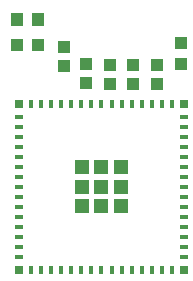
<source format=gtp>
G04 Layer: TopPasteMaskLayer*
G04 EasyEDA v6.4.7, 2020-11-27T10:47:25--5:00*
G04 dd7cd5e760c64df4b839af09766a4cc3,8c855a101c40496d9864c429bd497241,10*
G04 Gerber Generator version 0.2*
G04 Scale: 100 percent, Rotated: No, Reflected: No *
G04 Dimensions in inches *
G04 leading zeros omitted , absolute positions ,2 integer and 4 decimal *
%FSLAX24Y24*%
%MOIN*%
G90*
D02*

%ADD16R,0.043307X0.039370*%
%ADD17R,0.039370X0.043307*%
%ADD18R,0.031500X0.015750*%
%ADD19R,0.015750X0.031500*%
%ADD20R,0.047240X0.047240*%
%ADD21R,0.031500X0.031500*%

%LPD*%
G54D16*
G01X4350Y7379D03*
G01X4350Y6750D03*
G01X3600Y7379D03*
G01X3600Y6750D03*
G54D17*
G01X1200Y8050D03*
G01X491Y8050D03*
G54D16*
G01X5950Y8108D03*
G01X5950Y7400D03*
G36*
G01X303Y9116D02*
G01X696Y9116D01*
G01X696Y8683D01*
G01X303Y8683D01*
G01X303Y9116D01*
G37*
G36*
G01X1011Y9116D02*
G01X1405Y9116D01*
G01X1405Y8683D01*
G01X1011Y8683D01*
G01X1011Y9116D01*
G37*
G01X2050Y7979D03*
G01X2050Y7350D03*
G01X2800Y7400D03*
G01X2800Y6770D03*
G54D18*
G01X6071Y963D03*
G01X6071Y1298D03*
G01X6071Y1632D03*
G01X6071Y1967D03*
G01X6071Y2301D03*
G01X6071Y2636D03*
G01X6071Y2971D03*
G01X6071Y3305D03*
G01X6071Y3640D03*
G01X6071Y3975D03*
G01X6071Y4309D03*
G01X6071Y4644D03*
G01X6071Y4979D03*
G01X6071Y5313D03*
G01X6071Y5648D03*
G54D19*
G01X5657Y6061D03*
G01X5323Y6061D03*
G01X4988Y6061D03*
G01X4653Y6061D03*
G01X4319Y6061D03*
G01X3984Y6061D03*
G01X3650Y6061D03*
G01X3315Y6061D03*
G01X2980Y6061D03*
G01X2646Y6061D03*
G01X2311Y6061D03*
G01X1976Y6061D03*
G01X1642Y6061D03*
G01X1307Y6061D03*
G01X972Y6061D03*
G54D18*
G01X559Y5648D03*
G01X559Y5313D03*
G01X559Y4979D03*
G01X559Y4644D03*
G01X559Y4309D03*
G01X559Y3975D03*
G01X559Y3640D03*
G01X559Y3305D03*
G01X559Y2971D03*
G01X559Y2636D03*
G01X559Y2301D03*
G01X559Y1967D03*
G01X559Y1632D03*
G01X559Y1298D03*
G01X559Y963D03*
G54D19*
G01X972Y550D03*
G01X1307Y550D03*
G01X1642Y550D03*
G01X1976Y550D03*
G01X2311Y550D03*
G01X2646Y550D03*
G01X2980Y550D03*
G01X3315Y550D03*
G01X3650Y550D03*
G01X3984Y550D03*
G01X4319Y550D03*
G01X4653Y550D03*
G01X4988Y550D03*
G01X5323Y550D03*
G01X5657Y550D03*
G54D20*
G01X3315Y3305D03*
G54D21*
G01X6071Y550D03*
G01X6071Y6061D03*
G01X559Y6061D03*
G01X559Y550D03*
G54D20*
G01X2665Y2656D03*
G01X3315Y2656D03*
G01X3965Y2656D03*
G01X2665Y3305D03*
G01X3965Y3305D03*
G01X2665Y3955D03*
G01X3315Y3955D03*
G01X3965Y3955D03*
G54D16*
G01X5150Y7379D03*
G01X5150Y6750D03*
M00*
M02*

</source>
